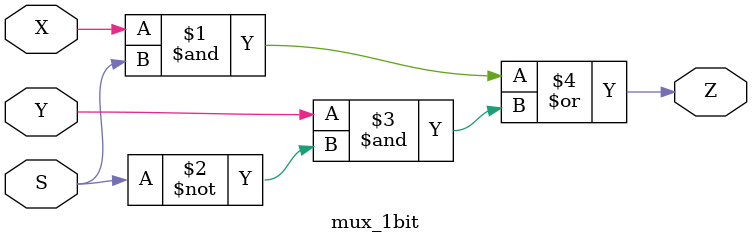
<source format=v>
`timescale 1ns / 1ps


module mux_1bit(
    input wire X,
    input wire Y,
    input wire S,
    output wire Z
    );
    
assign Z = (X & S) | (Y & (~S));
    
endmodule

</source>
